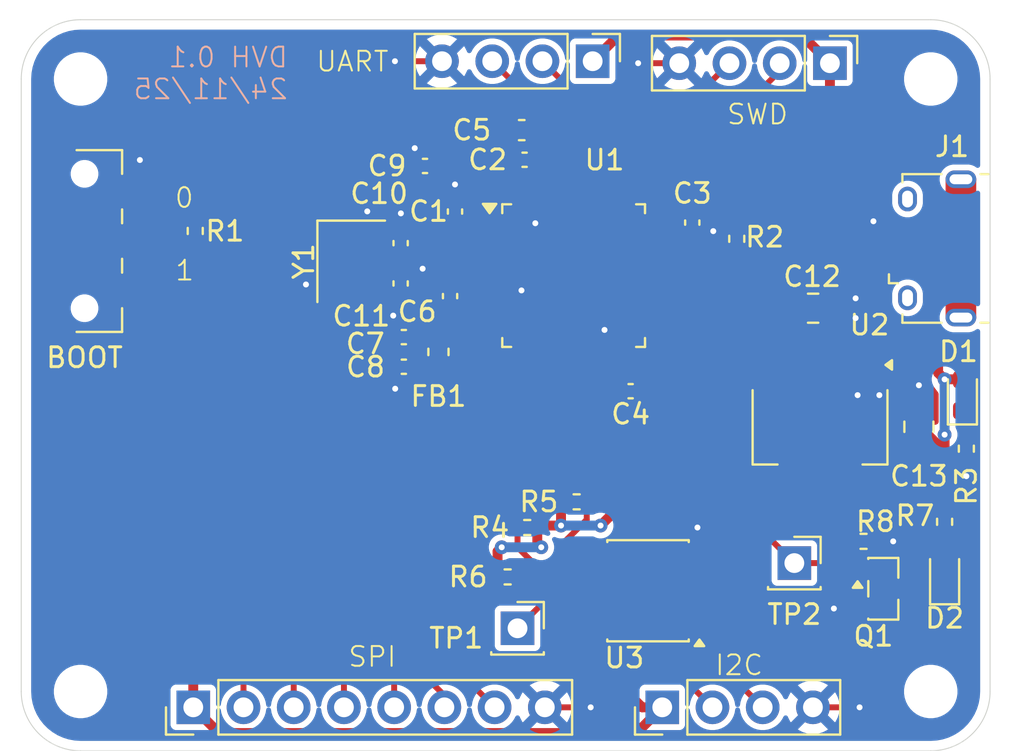
<source format=kicad_pcb>
(kicad_pcb (version 20241229) (generator "pcbnew") (generator_version "9.0")
  (layers (0 "F.Cu" signal) (2 "B.Cu" power) (13 "F.Paste" user) (15 "B.Paste" user) (5 "F.SilkS" user "F.Silkscreen") (7 "B.SilkS" user "B.Silkscreen") (1 "F.Mask" user) (3 "B.Mask" user) (25 "Edge.Cuts" user))
  (net 0 "")
  (net 1 "GND")
  (net 2 "+3.3V")
  (net 3 "+3.3VA")
  (net 4 "/NRST")
  (net 5 "/HSE_IN")
  (net 6 "/HSE_OUT")
  (net 7 "VBUS")
  (net 8 "/PWR_LED_K")
  (net 12 "/USB_D-")
  (net 17 "/USB_D+")
  (net 20 "/SWDCLK")
  (net 21 "/SWDIO")
  (net 22 "/UART_RX")
  (net 23 "/UART_TX")
  (net 24 "/I2C_SCL")
  (net 25 "/I2C_SDA")
  (net 26 "/SPI_MOSI")
  (net 27 "/SPI_SCK")
  (net 28 "/RFID_RST")
  (net 29 "/SPI_MISO")
  (net 30 "/SPI_CS")
  (net 31 "/RFID_IRQ")
  (net 32 "/DOOR_LED_K")
  (net 33 "/SW_BOOT0")
  (net 34 "/BOOT0")
  (net 55 "/DOOR_IN")
  (net 56 "/WP")
  (net 57 "/DOOR_LED_A")
  (footprint "Connector_PinHeader_2.54mm:PinHeader_1x04_P2.54mm_Vertical" (layer "F.Cu") (at 164.9 28.2 -90)
    (property "Reference" "J2")
    (property "Value" "Conn_01x04_Pin" (hide yes))
  )
  (footprint "MountingHole:MountingHole_2.2mm_M2" (layer "F.Cu") (at 170 60)
    (property "Reference" "H4")
    (property "Value" "MountingHole" (hide yes))
  )
  (footprint "Resistor_SMD:R_0402_1005Metric" (layer "F.Cu") (at 148.6 54.2)
    (property "Reference" "R6")
    (property "Value" "1k5" (hide yes))
  )
  (footprint "LED_SMD:LED_0603_1608Metric" (layer "F.Cu") (at 171.6 45 90)
    (property "Reference" "D1")
    (property "Value" "RED" (hide yes))
  )
  (footprint "Connector_PinSocket_2.54mm:PinSocket_1x01_P2.54mm_Vertical" (layer "F.Cu") (at 149.1 56.8)
    (property "Reference" "TP1")
    (property "Value" "TestPoint" (hide yes))
  )
  (footprint "Resistor_SMD:R_0402_1005Metric" (layer "F.Cu") (at 132.8 36.69 90)
    (property "Reference" "R1")
    (property "Value" "10k" (hide yes))
  )
  (footprint "Capacitor_SMD:C_0402_1005Metric" (layer "F.Cu") (at 157.9375 36.2675 -90)
    (property "Reference" "C3")
    (property "Value" "100n" (hide yes))
  )
  (footprint "Inductor_SMD:L_0603_1608Metric" (layer "F.Cu") (at 145.1 42.8125 90)
    (property "Reference" "FB1")
    (property "Value" "120R" (hide yes))
  )
  (footprint "Button_Switch_SMD:SW_SPDT_CK_JS102011SAQN" (layer "F.Cu") (at 127.2 37.2 -90)
    (property "Reference" "BOOT")
    (property "Value" "SW_SPDT" (hide yes))
  )
  (footprint "Capacitor_SMD:C_0402_1005Metric" (layer "F.Cu") (at 145.9375 35.7075 90)
    (property "Reference" "C1")
    (property "Value" "100n" (hide yes))
  )
  (footprint "Capacitor_SMD:C_0805_2012Metric" (layer "F.Cu") (at 164.05 40.6)
    (property "Reference" "C12")
    (property "Value" "22u" (hide yes))
  )
  (footprint "Connector_PinHeader_2.54mm:PinHeader_1x04_P2.54mm_Vertical" (layer "F.Cu") (at 156.42 60.8 90)
    (property "Reference" "J4")
    (property "Value" "Conn_01x04_Pin" (hide yes))
  )
  (footprint "Capacitor_SMD:C_0805_2012Metric" (layer "F.Cu") (at 169.4 46.6 90)
    (property "Reference" "C13")
    (property "Value" "22u" (hide yes))
  )
  (footprint "Resistor_SMD:R_0402_1005Metric" (layer "F.Cu") (at 166.6 52.4)
    (property "Reference" "R8")
    (property "Value" "10k" (hide yes))
  )
  (footprint "Capacitor_SMD:C_0402_1005Metric" (layer "F.Cu") (at 143.35 43.5625 180)
    (property "Reference" "C8")
    (property "Value" "1u" (hide yes))
  )
  (footprint "Connector_PinHeader_2.54mm:PinHeader_1x08_P2.54mm_Vertical" (layer "F.Cu") (at 132.7 60.8 90)
    (property "Reference" "J5")
    (property "Value" "Conn_01x08_Pin" (hide yes))
  )
  (footprint "Connector_USB:USB_Micro-B_Amphenol_10118194-0001LF_Horizontal" (layer "F.Cu") (at 170.225 37.575 90)
    (property "Reference" "J1")
    (property "Value" "USB_B_Micro" (hide yes))
  )
  (footprint "Connector_PinSocket_2.54mm:PinSocket_1x01_P2.54mm_Vertical" (layer "F.Cu") (at 163.1 53.5)
    (property "Reference" "TP2")
    (property "Value" "TestPoint" (hide yes))
  )
  (footprint "Crystal:Crystal_SMD_3225-4Pin_3.2x2.5mm" (layer "F.Cu") (at 140.6875 38.2275 -90)
    (property "Reference" "Y1")
    (property "Value" "16MHz" (hide yes))
  )
  (footprint "Connector_PinHeader_2.54mm:PinHeader_1x04_P2.54mm_Vertical" (layer "F.Cu") (at 152.9 28.1 -90)
    (property "Reference" "J3")
    (property "Value" "Conn_01x04_Pin" (hide yes))
  )
  (footprint "LED_SMD:LED_0603_1608Metric" (layer "F.Cu") (at 170.7 54.1 90)
    (property "Reference" "D2")
    (property "Value" "GREEN" (hide yes))
  )
  (footprint "Capacitor_SMD:C_0402_1005Metric" (layer "F.Cu") (at 149.4575 33.0875)
    (property "Reference" "C2")
    (property "Value" "100n" (hide yes))
  )
  (footprint "MountingHole:MountingHole_2.2mm_M2" (layer "F.Cu") (at 170 29)
    (property "Reference" "H2")
    (property "Value" "MountingHole" (hide yes))
  )
  (footprint "MountingHole:MountingHole_2.2mm_M2" (layer "F.Cu") (at 127 60)
    (property "Reference" "H3")
    (property "Value" "MountingHole" (hide yes))
  )
  (footprint "Capacitor_SMD:C_0402_1005Metric" (layer "F.Cu") (at 144.42 33.4 180)
    (property "Reference" "C9")
    (property "Value" "100n" (hide yes))
  )
  (footprint "Resistor_SMD:R_0402_1005Metric" (layer "F.Cu") (at 170.7 51.41 90)
    (property "Reference" "R7")
    (property "Value" "1k5" (hide yes))
  )
  (footprint "Capacitor_SMD:C_0402_1005Metric" (layer "F.Cu") (at 143.35 42.0625 180)
    (property "Reference" "C7")
    (property "Value" "1u" (hide yes))
  )
  (footprint "Capacitor_SMD:C_0402_1005Metric" (layer "F.Cu") (at 143.1875 37.3075 90)
    (property "Reference" "C10")
    (property "Value" "10p" (hide yes))
  )
  (footprint "Capacitor_SMD:C_0402_1005Metric" (layer "F.Cu") (at 154.82 44.8 180)
    (property "Reference" "C4")
    (property "Value" "100n" (hide yes))
  )
  (footprint "Package_SO:SOIC-8_3.9x4.9mm_P1.27mm" (layer "F.Cu") (at 155.7 54.9 180)
    (property "Reference" "U3")
    (property "Value" "M24C02-WMN" (hide yes))
  )
  (footprint "Resistor_SMD:R_0402_1005Metric" (layer "F.Cu") (at 160.1875 37.0875 -90)
    (property "Reference" "R2")
    (property "Value" "1k5" (hide yes))
  )
  (footprint "Capacitor_SMD:C_0603_1608Metric" (layer "F.Cu") (at 149.3125 31.5875)
    (property "Reference" "C5")
    (property "Value" "10u" (hide yes))
  )
  (footprint "Package_TO_SOT_SMD:SOT-23" (layer "F.Cu") (at 167.6 54.8)
    (property "Reference" "Q1")
    (property "Value" "2N7002" (hide yes))
  )
  (footprint "Capacitor_SMD:C_0402_1005Metric" (layer "F.Cu") (at 143.1875 39.3475 90)
    (property "Reference" "C11")
    (property "Value" "10p" (hide yes))
  )
  (footprint "Package_QFP:LQFP-48_7x7mm_P0.5mm" (layer "F.Cu") (at 151.9375 38.95)
    (property "Reference" "U1")
    (property "Value" "STM32F103C8Tx" (hide yes))
  )
  (footprint "Resistor_SMD:R_0402_1005Metric" (layer "F.Cu") (at 149.59 51.7 180)
    (property "Reference" "R4")
    (property "Value" "1k5" (hide yes))
  )
  (footprint "Package_TO_SOT_SMD:SOT-223-3_TabPin2" (layer "F.Cu") (at 164.4 46.6 -90)
    (property "Reference" "U2")
    (property "Value" "AMS1117-3.3" (hide yes))
  )
  (footprint "Resistor_SMD:R_0402_1005Metric" (layer "F.Cu") (at 171.8 47.71 -90)
    (property "Reference" "R3")
    (property "Value" "1k5" (hide yes))
  )
  (footprint "MountingHole:MountingHole_2.2mm_M2" (layer "F.Cu") (at 127 29)
    (property "Reference" "H1")
    (property "Value" "MountingHole" (hide yes))
  )
  (footprint "Capacitor_SMD:C_0402_1005Metric" (layer "F.Cu") (at 145.6875 39.9875 90)
    (property "Reference" "C6")
    (property "Value" "10n" (hide yes))
  )
  (footprint "Resistor_SMD:R_0402_1005Metric" (layer "F.Cu") (at 152.09 50.4)
    (property "Reference" "R5")
    (property "Value" "1k5" (hide yes))
  )
  (gr_arc (start 173 60) (mid 172.12132 62.12132) (end 170 63) (stroke (width 0.05)) (layer "Edge.Cuts"))
  (gr_line (start 170 63) (end 127 63) (stroke (width 0.05)) (layer "Edge.Cuts"))
  (gr_line (start 173 60) (end 173 29) (stroke (width 0.05)) (layer "Edge.Cuts"))
  (gr_line (start 124 60) (end 124 29) (stroke (width 0.05)) (layer "Edge.Cuts"))
  (gr_arc (start 127 63) (mid 124.87868 62.12132) (end 124 60) (stroke (width 0.05)) (layer "Edge.Cuts"))
  (gr_arc (start 124 29) (mid 124.87868 26.87868) (end 127 26) (stroke (width 0.05)) (layer "Edge.Cuts"))
  (gr_line (start 127 26) (end 170.00002 26) (stroke (width 0.05)) (layer "Edge.Cuts"))
  (gr_arc (start 170 26) (mid 172.12132 26.87868) (end 173 29) (stroke (width 0.05)) (layer "Edge.Cuts"))
  (gr_text "1" (at 131.725 39.275 0) (layer "F.SilkS") (effects (font (size 1 1) (thickness 0.1)) (justify left bottom)))
  (gr_text "UART" (at 138.85 28.7 0) (layer "F.SilkS") (effects (font (size 1 1) (thickness 0.1)) (justify left bottom)))
  (gr_text "I2C" (at 159.025 59.25 0) (layer "F.SilkS") (effects (font (size 1 1) (thickness 0.1)) (justify left bottom)))
  (gr_text "SPI" (at 140.475 58.825 0) (layer "F.SilkS") (effects (font (size 1 1) (thickness 0.1)) (justify left bottom)))
  (gr_text "SWD" (at 159.625 31.375 0) (layer "F.SilkS") (effects (font (size 1 1) (thickness 0.1)) (justify left bottom)))
  (gr_text "0" (at 131.7 35.6 0) (layer "F.SilkS") (effects (font (size 1 1) (thickness 0.1)) (justify left bottom)))
  (gr_text "DVH 0.1\n24/11/25" (at 137.55 30.1 0) (layer "B.SilkS") (effects (font (size 1 1) (thickness 0.1)) (justify left bottom mirror)))
  (segment (start 142.87 43.5625) (end 142.87 44.6325) (width 0.3) (layer "F.Cu") (net 1))
  (segment (start 154.1875 42.257103) (end 154.1875 43.1125) (width 0.3) (layer "F.Cu") (net 1))
  (segment (start 143.94 33.4) (end 143.94 32.54) (width 0.3) (layer "F.Cu") (net 1))
  (segment (start 143.1875 36.8275) (end 143.1875 35.8125) (width 0.3) (layer "F.Cu") (net 1))
  (segment (start 146.8 39.7) (end 146.5875 39.4875) (width 0.3) (layer "F.Cu") (net 1))
  (segment (start 158.9525 36.7475) (end 159 36.7) (width 0.3) (layer "F.Cu") (net 1))
  (segment (start 153.5 41.7) (end 153.630397 41.7) (width 0.3) (layer "F.Cu") (net 1))
  (segment (start 158.175 51.725) (end 158.2 51.7) (width 0.3) (layer "F.Cu") (net 1))
  (segment (start 157.9375 36.7475) (end 158.9525 36.7475) (width 0.3) (layer "F.Cu") (net 1))
  (segment (start 150.0875 31.5875) (end 150.0875 32.9375) (width 0.5) (layer "F.Cu") (net 1))
  (segment (start 166.6625 55.75) (end 165.15 55.75) (width 0.3) (layer "F.Cu") (net 1))
  (segment (start 150.48 60.8) (end 152.8 60.8) (width 0.3) (layer "F.Cu") (net 1))
  (segment (start 146.5675 39.5075) (end 145.6875 39.5075) (width 0.3) (layer "F.Cu") (net 1))
  (segment (start 158.175 54.265) (end 158.175 55.535) (width 0.3) (layer "F.Cu") (net 1))
  (segment (start 149.6875 33.8875) (end 149.9375 33.6375) (width 0.3) (layer "F.Cu") (net 1))
  (segment (start 141.5375 37.1275) (end 141.5375 35.7375) (width 0.3) (layer "F.Cu") (net 1))
  (segment (start 149.6875 34.7875) (end 149.6875 35.9875) (width 0.3) (layer "F.Cu") (net 1))
  (segment (start 145.28 28.1) (end 142.9 28.1) (width 0.3) (layer "F.Cu") (net 1))
  (segment (start 154.1875 43.1125) (end 154.1875 44.1875) (width 0.3) (layer "F.Cu") (net 1))
  (segment (start 167.175 36.275) (end 167.1 36.2) (width 0.3) (layer "F.Cu") (net 1))
  (segment (start 139.8375 39.3275) (end 138.4725 39.3275) (width 0.3) (layer "F.Cu") (net 1))
  (segment (start 158.175 55.535) (end 158.175 56.805) (width 0.3) (layer "F.Cu") (net 1))
  (segment (start 157.1 36.7) (end 157.1875 36.7875) (width 0.3) (layer "F.Cu") (net 1))
  (segment (start 154.34 44.34) (end 154.34 44.8) (width 0.3) (layer "F.Cu") (net 1))
  (segment (start 141.5375 35.7375) (end 141.5 35.7) (width 0.3) (layer "F.Cu") (net 1))
  (segment (start 146.5875 39.4875) (end 146.5675 39.5075) (width 0.3) (layer "F.Cu") (net 1))
  (segment (start 168.9 36.275) (end 167.175 36.275) (width 0.3) (layer "F.Cu") (net 1))
  (segment (start 158.175 52.995) (end 158.175 51.725) (width 0.3) (layer "F.Cu") (net 1))
  (segment (start 149.9375 33.6375) (end 149.9375 33.0875) (width 0.3) (layer "F.Cu") (net 1))
  (segment (start 147.775 39.7) (end 149.3 39.7) (width 0.3) (layer "F.Cu") (net 1))
  (segment (start 164.04 60.8) (end 166.4 60.8) (width 0.3) (layer "F.Cu") (net 1))
  (segment (start 149.6875 34.7875) (end 149.6875 33.8875) (width 0.3) (layer "F.Cu") (net 1))
  (segment (start 142.87 42.0625) (end 142.87 41.0325) (width 0.3) (layer "F.Cu") (net 1))
  (segment (start 167.11 52.4) (end 168.1 52.4) (width 0.3) (layer "F.Cu") (net 1))
  (segment (start 143.1875 38.8675) (end 144.0325 38.8675) (width 0.3) (layer "F.Cu") (net 1))
  (segment (start 153.630397 41.7) (end 154.1875 42.257103) (width 0.3) (layer "F.Cu") (net 1))
  (segment (start 157.2275 36.7475) (end 157.9375 36.7475) (width 0.3) (layer "F.Cu") (net 1))
  (segment (start 154.1875 44.1875) (end 154.34 44.34) (width 0.3) (layer "F.Cu") (net 1))
  (segment (start 129.95 34.7) (end 129.95 33.15) (width 0.3) (layer "F.Cu") (net 1))
  (segment (start 149.6875 35.9875) (end 150 36.3) (width 0.3) (layer "F.Cu") (net 1))
  (segment (start 145.9375 34.3375) (end 145.9375 35.2275) (width 0.3) (layer "F.Cu") (net 1))
  (segment (start 150.0875 32.9375) (end 149.9375 33.0875) (width 0.5) (layer "F.Cu") (net 1))
  (segment (start 143.94 32.54) (end 143.9 32.5) (width 0.3) (layer "F.Cu") (net 1))
  (segment (start 129.95 33.15) (end 130 33.1) (width 0.3) (layer "F.Cu") (net 1))
  (segment (start 142.87 41.0325) (end 142.8125 40.975) (width 0.3) (layer "F.Cu") (net 1))
  (segment (start 171.8 48.22) (end 171.8 49.1) (width 0.5) (layer "F.Cu") (net 1))
  (segment (start 143.1875 35.8125) (end 143.2 35.8) (width 0.3) (layer "F.Cu") (net 1))
  (segment (start 138.4725 39.3275) (end 138.4 39.4) (width 0.3) (layer "F.Cu") (net 1))
  (segment (start 147.775 39.7) (end 146.8 39.7) (width 0.3) (layer "F.Cu") (net 1))
  (segment (start 156.1 36.7) (end 157.1 36.7) (width 0.3) (layer "F.Cu") (net 1))
  (segment (start 165.15 55.75) (end 165.1 55.8) (width 0.3) (layer "F.Cu") (net 1))
  (segment (start 158.175 52.995) (end 158.175 54.265) (width 0.3) (layer "F.Cu") (net 1))
  (segment (start 157.28 28.2) (end 155.2 28.2) (width 0.3) (layer "F.Cu") (net 1))
  (segment (start 144.0325 38.8675) (end 144.3 38.6) (width 0.3) (layer "F.Cu") (net 1))
  (segment (start 142.87 44.6325) (end 142.9125 44.675) (width 0.3) (layer "F.Cu") (net 1))
  (segment (start 157.1875 36.7875) (end 157.2275 36.7475) (width 0.3) (layer "F.Cu") (net 1))
  (via (at 145.9375 34.3375) (size 0.7) (drill 0.3) (layers "F.Cu" "B.Cu") (net 1))
  (via (at 149.3 39.7) (size 0.7) (drill 0.3) (layers "F.Cu" "B.Cu") (net 1))
  (via (at 152.8 60.8) (size 0.7) (drill 0.3) (layers "F.Cu" "B.Cu") (net 1))
  (via (at 159 36.7) (size 0.7) (drill 0.3) (layers "F.Cu" "B.Cu") (net 1))
  (via (at 143.9 32.5) (size 0.7) (drill 0.3) (layers "F.Cu" "B.Cu") (net 1))
  (via (at 166.2 41.1) (size 0.7) (drill 0.3) (layers "F.Cu" "B.Cu") (net 1))
  (via (at 130 33.1) (size 0.7) (drill 0.3) (layers "F.Cu" "B.Cu") (net 1))
  (via (at 153.5 41.7) (size 0.7) (drill 0.3) (layers "F.Cu" "B.Cu") (net 1))
  (via (at 167.4 45) (size 0.7) (drill 0.3) (layers "F.Cu" "B.Cu") (net 1))
  (via (at 142.9125 44.675) (size 0.7) (drill 0.3) (layers "F.Cu" "B.Cu") (net 1))
  (via (at 144.3 38.6) (size 0.7) (drill 0.3) (layers "F.Cu" "B.Cu") (net 1))
  (via (at 171.8 49.1) (size 0.7) (drill 0.3) (layers "F.Cu" "B.Cu") (net 1))
  (via (at 167.1 36.2) (size 0.7) (drill 0.3) (layers "F.Cu" "B.Cu") (net 1))
  (via (at 158.2 51.7) (size 0.7) (drill 0.3) (layers "F.Cu" "B.Cu") (net 1))
  (via (at 165.1 55.8) (size 0.7) (drill 0.3) (layers "F.Cu" "B.Cu") (net 1))
  (via (at 142.9 28.1) (size 0.7) (drill 0.3) (layers "F.Cu" "B.Cu") (net 1))
  (via (at 141.5 35.7) (size 0.7) (drill 0.3) (layers "F.Cu" "B.Cu") (net 1))
  (via (at 168.1 52.4) (size 0.7) (drill 0.3) (layers "F.Cu" "B.Cu") (net 1))
  (via (at 166.3 45) (size 0.7) (drill 0.3) (layers "F.Cu" "B.Cu") (net 1))
  (via (at 150 36.3) (size 0.7) (drill 0.3) (layers "F.Cu" "B.Cu") (net 1))
  (via (at 143.2 35.8) (size 0.7) (drill 0.3) (layers "F.Cu" "B.Cu") (net 1))
  (via (at 138.4 39.4) (size 0.7) (drill 0.3) (layers "F.Cu" "B.Cu") (net 1))
  (via (at 169.4 44.5) (size 0.7) (drill 0.3) (layers "F.Cu" "B.Cu") (net 1))
  (via (at 166.2 40.1) (size 0.7) (drill 0.3) (layers "F.Cu" "B.Cu") (net 1))
  (via (at 155.2 28.2) (size 0.7) (drill 0.3) (layers "F.Cu" "B.Cu") (net 1))
  (via (at 166.4 60.8) (size 0.7) (drill 0.3) (layers "F.Cu" "B.Cu") (net 1))
  (via (at 142.8125 40.975) (size 0.7) (drill 0.3) (layers "F.Cu" "B.Cu") (net 1))
  (segment (start 130 33.1) (end 130.1 33.2) (width 0.3) (layer "B.Cu") (net 1))
  (segment (start 170.7 44.2) (end 171.5875 44.2) (width 0.5) (layer "F.Cu") (net 2))
  (segment (start 156.1 36.2) (end 157 36.2) (width 0.3) (layer "F.Cu") (net 2))
  (segment (start 168.8 57.2) (end 167.9 58.1) (width 0.5) (layer "F.Cu") (net 2))
  (segment (start 148.9775 33.7775) (end 148.9775 33.0875) (width 0.3) (layer "F.Cu") (net 2))
  (segment (start 154.6875 43.8875) (end 155.3 44.5) (width 0.3) (layer "F.Cu") (net 2))
  (segment (start 155.12 62.1) (end 134 62.1) (width 0.5) (layer "F.Cu") (net 2))
  (segment (start 143.8675 43.6) (end 143.83 43.5625) (width 0.5) (layer "F.Cu") (net 2))
  (segment (start 160.4 56) (end 160.4 52.3) (width 0.5) (layer "F.Cu") (net 2))
  (segment (start 151.595 56.805) (end 153.225 56.805) (width 0.5) (layer "F.Cu") (net 2))
  (segment (start 147.775 36.2) (end 145.95 36.2) (width 0.3) (layer "F.Cu") (net 2))
  (segment (start 151.3 58.8) (end 153.4 58.8) (width 0.5) (layer "F.Cu") (net 2))
  (segment (start 149.1875 34.7875) (end 149.1875 33.9875) (width 0.3) (layer "F.Cu") (net 2))
  (segment (start 154.6875 43.1125) (end 154.6875 43.8875) (width 0.3) (layer "F.Cu") (net 2))
  (segment (start 147.9 58.8) (end 151.3 58.8) (width 0.5) (layer "F.Cu") (net 2))
  (segment (start 151.3 58.8) (end 151.3 57.1) (width 0.5) (layer "F.Cu") (net 2))
  (segment (start 171.5875 44.2) (end 171.6 44.2125) (width 0.5) (layer "F.Cu") (net 2))
  (segment (start 164.9 31.2) (end 164.9 28.2) (width 0.5) (layer "F.Cu") (net 2))
  (segment (start 142.1 46) (end 135.8 39.7) (width 0.5) (layer "F.Cu") (net 2))
  (segment (start 151.3 51.6) (end 150.2 51.6) (width 0.5) (layer "F.Cu") (net 2))
  (segment (start 134 62.1) (end 132.7 60.8) (width 0.5) (layer "F.Cu") (net 2))
  (segment (start 167.9 58.1) (end 162.5 58.1) (width 0.5) (layer "F.Cu") (net 2))
  (segment (start 142.1 46) (end 143.1 46) (width 0.5) (layer "F.Cu") (net 2))
  (segment (start 170.4 57.2) (end 168.8 57.2) (width 0.5) (layer "F.Cu") (net 2))
  (segment (start 140.6 33) (end 142.1 31.5) (width 0.5) (layer "F.Cu") (net 2))
  (segment (start 170.7 47.55) (end 170.7 47) (width 0.5) (layer "F.Cu") (net 2))
  (segment (start 150.2 51.6) (end 150.1 51.7) (width 0.5) (layer "F.Cu") (net 2))
  (segment (start 144.8 44.3) (end 144.8 43.9) (width 0.5) (layer "F.Cu") (net 2))
  (segment (start 148.09 54.2) (end 146.7 55.59) (width 0.5) (layer "F.Cu") (net 2))
  (segment (start 148.5375 31.9375) (end 148.9775 32.3775) (width 0.5) (layer "F.Cu") (net 2))
  (segment (start 170.2 34.5) (end 170.2 40.5) (width 0.5) (layer "F.Cu") (net 2))
  (segment (start 155.3 49.6) (end 153.3 51.6) (width 0.5) (layer "F.Cu") (net 2))
  (segment (start 135.8 37.8) (end 140.6 33) (width 0.5) (layer "F.Cu") (net 2))
  (segment (start 156.42 60.8) (end 155.12 62.1) (width 0.5) (layer "F.Cu") (net 2))
  (segment (start 151.3 57.1) (end 151.595 56.805) (width 0.5) (layer "F.Cu") (net 2))
  (segment (start 148.3 52.7) (end 148.09 52.91) (width 0.5) (layer "F.Cu") (net 2))
  (segment (start 149.1875 33.9875) (end 148.9775 33.7775) (width 0.3) (layer "F.Cu") (net 2))
  (segment (start 170.374 43.874) (end 170.7 44.2) (width 0.5) (layer "F.Cu") (net 2))
  (segment (start 166.9 31.2) (end 170.2 34.5) (width 0.5) (layer "F.Cu") (net 2))
  (segment (start 155.4 60.8) (end 156.42 60.8) (width 0.5) (layer "F.Cu") (net 2))
  (segment (start 135.8 39.7) (end 129.95 39.7) (width 0.5) (layer "F.Cu") (net 2))
  (segment (start 160.2 36.565) (end 160.1875 36.5775) (width 0.3) (layer "F.Cu") (net 2))
  (segment (start 160.0625 35.7875) (end 157.9375 35.7875) (width 0.5) (layer "F.Cu") (net 2))
  (segment (start 170.374 42.2) (end 170.374 43.874) (width 0.5) (layer "F.Cu") (net 2))
  (segment (start 150.1 51.7) (end 150.1 52.5) (width 0.5) (layer "F.Cu") (net 2))
  (segment (start 170.7 50.9) (end 171.3 50.9) (width 0.5) (layer "F.Cu") (net 2))
  (segment (start 157.4125 35.7875) (end 157.9375 35.7875) (width 0.3) (layer "F.Cu") (net 2))
  (segment (start 132.7 55.4) (end 142.1 46) (width 0.5) (layer "F.Cu") (net 2))
  (segment (start 145.3 36.2) (end 145.3125 36.1875) (width 0.5) (layer "F.Cu") (net 2))
  (segment (start 170 41.826) (end 170.374 42.2) (width 0.5) (layer "F.Cu") (net 2))
  (segment (start 153.4 58.8) (end 155.4 60.8) (width 0.5) (layer "F.Cu") (net 2))
  (segment (start 145.1 43.6) (end 143.8675 43.6) (width 0.5) (layer "F.Cu") (net 2))
  (segment (start 164.9 31.2) (end 160.1875 35.9125) (width 0.5) (layer "F.Cu") (net 2))
  (segment (start 151.3 51.6) (end 151.3 50.68) (width 0.5) (layer "F.Cu") (net 2))
  (segment (start 148.09 52.91) (end 148.09 54.2) (width 0.5) (layer "F.Cu") (net 2))
  (segment (start 155.3 47.2) (end 155.3 44.8) (width 0.5) (layer "F.Cu") (net 2))
  (segment (start 171.8 55.8) (end 170.4 57.2) (width 0.5) (layer "F.Cu") (net 2))
  (segment (start 155.3 44.5) (end 155.3 44.8) (width 0.3) (layer "F.Cu") (net 2))
  (segment (start 140.6 33) (end 141.761 34.161) (width 0.5) (layer "F.Cu") (net 2))
  (segment (start 170.7 47.55) (end 170.7 50.9) (width 0.5) (layer "F.Cu") (net 2))
  (segment (start 141.761 34.161) (end 142.761 34.161) (width 0.5) (layer "F.Cu") (net 2))
  (segment (start 143.1 46) (end 144.8 44.3) (width 0.5) (layer "F.Cu") (net 2))
  (segment (start 151.3 50.68) (end 151.58 50.4) (width 0.5) (layer "F.Cu") (net 2))
  (segment (start 147.7 31.5) (end 147.7875 31.5875) (width 0.5) (layer "F.Cu") (net 2))
  (segment (start 169.4 47.55) (end 170.7 47.55) (width 0.5) (layer "F.Cu") (net 2))
  (segment (start 160.4 52.3) (end 155.3 47.2) (width 0.5) (layer "F.Cu") (net 2))
  (segment (start 144.8 43.9) (end 145.1 43.6) (width 0.5) (layer "F.Cu") (net 2))
  (segment (start 135.8 39.7) (end 135.8 37.8) (width 0.5) (layer "F.Cu") (net 2))
  (segment (start 164.9 28.2) (end 163.5 26.8) (width 0.5) (layer "F.Cu") (net 2))
  (segment (start 148.9775 32.3775) (end 148.9775 33.0875) (width 0.5) (layer "F.Cu") (net 2))
  (segment (start 155.3 47.2) (end 155.3 49.6) (width 0.5) (layer "F.Cu") (net 2))
  (segment (start 162.5 58.1) (end 160.4 56) (width 0.5) (layer "F.Cu") (net 2))
  (segment (start 143.7 34.6) (end 145.3 36.2) (width 0.5) (layer "F.Cu") (net 2))
  (segment (start 146.7 57.6) (end 147.9 58.8) (width 0.5) (layer "F.Cu") (net 2))
  (segment (start 157 36.2) (end 157.4125 35.7875) (width 0.3) (layer "F.Cu") (net 2))
  (segment (start 145.95 36.2) (end 145.9375 36.1875) (width 0.3) (layer "F.Cu") (net 2))
  (segment (start 170.2 40.5) (end 170 40.7) (width 0.5) (layer "F.Cu") (net 2))
  (segment (start 160.1875 35.9125) (end 160.0625 35.7875) (width 0.5) (layer "F.Cu") (net 2))
  (segment (start 163.5 26.8) (end 154.2 26.8) (width 0.5) (layer "F.Cu") (net 2))
  (segment (start 164.9 31.2) (end 166.9 31.2) (width 0.5) (layer "F.Cu") (net 2))
  (segment (start 132.7 60.8) (end 132.7 55.4) (width 0.5) (layer "F.Cu") (net 2))
  (segment (start 146.7 55.59) (end 146.7 57.6) (width 0.5) (layer "F.Cu") (net 2))
  (segment (start 154.2 26.8) (end 152.9 28.1) (width 0.5) (layer "F.Cu") (net 2))
  (segment (start 171.3 50.9) (end 171.8 51.4) (width 0.5) (layer "F.Cu") (net 2))
  (segment (start 142.761 34.161) (end 143.2 34.6) (width 0.5) (layer "F.Cu") (net 2))
  (segment (start 160.1875 35.9125) (end 160.1875 36.5775) (width 0.5) (layer "F.Cu") (net 2))
  (segment (start 143.2 34.6) (end 143.7 34.6) (width 0.5) (layer "F.Cu") (net 2))
  (segment (start 171.8 51.4) (end 171.8 55.8) (width 0.5) (layer "F.Cu") (net 2))
  (segment (start 148.5375 31.5875) (end 148.5375 31.9375) (width 0.5) (layer "F.Cu") (net 2))
  (segment (start 142.1 31.5) (end 147.7 31.5) (width 0.5) (layer "F.Cu") (net 2))
  (segment (start 145.3125 36.1875) (end 145.9375 36.1875) (width 0.5) (layer "F.Cu") (net 2))
  (segment (start 170 40.7) (end 170 41.826) (width 0.5) (layer "F.Cu") (net 2))
  (segment (start 147.7875 31.5875) (end 148.5375 31.5875) (width 0.5) (layer "F.Cu") (net 2))
  (segment (start 150.1 52.5) (end 150.3 52.7) (width 0.5) (layer "F.Cu") (net 2))
  (via (at 151.3 51.6) (size 0.7) (drill 0.3) (layers "F.Cu" "B.Cu") (net 2))
  (via (at 150.3 52.7) (size 0.7) (drill 0.3) (layers "F.Cu" "B.Cu") (net 2))
  (via (at 170.7 47) (size 0.7) (drill 0.3) (layers "F.Cu" "B.Cu") (net 2))
  (via (at 148.3 52.7) (size 0.7) (drill 0.3) (layers "F.Cu" "B.Cu") (net 2))
  (via (at 170.7 44.2) (size 0.7) (drill 0.3) (layers "F.Cu" "B.Cu") (net 2))
  (via (at 153.3 51.6) (size 0.7) (drill 0.3) (layers "F.Cu" "B.Cu") (net 2))
  (segment (start 150.3 52.7) (end 148.3 52.7) (width 0.5) (layer "B.Cu") (net 2))
  (segment (start 153.3 51.6) (end 151.3 51.6) (width 0.5) (layer "B.Cu") (net 2))
  (segment (start 170.7 47) (end 170.7 44.2) (width 0.5) (layer "B.Cu") (net 2))
  (segment (start 143.8675 42.025) (end 143.83 42.0625) (width 0.3) (layer "F.Cu") (net 3))
  (segment (start 146.875 40.2) (end 146.5875 40.4875) (width 0.3) (layer "F.Cu") (net 3))
  (segment (start 145.5325 40.4675) (end 145.1 40.9) (width 0.3) (layer "F.Cu") (net 3))
  (segment (start 145.1 40.9) (end 145.1 42.025) (width 0.3) (layer "F.Cu") (net 3))
  (segment (start 147.775 40.2) (end 146.875 40.2) (width 0.3) (layer "F.Cu") (net 3))
  (segment (start 145.6875 40.4675) (end 145.5325 40.4675) (width 0.3) (layer "F.Cu") (net 3))
  (segment (start 145.1 42.025) (end 143.8675 42.025) (width 0.3) (layer "F.Cu") (net 3))
  (segment (start 146.5675 40.4675) (end 145.6875 40.4675) (width 0.3) (layer "F.Cu") (net 3))
  (segment (start 146.5875 40.4875) (end 146.5675 40.4675) (width 0.3) (layer "F.Cu") (net 3))
  (segment (start 147.775 39.2) (end 148.7 39.2) (width 0.3) (layer "F.Cu") (net 4))
  (segment (start 148.917034 36) (end 146.317034 33.4) (width 0.3) (layer "F.Cu") (net 4))
  (segment (start 148.917034 36.017034) (end 148.917034 36) (width 0.3) (layer "F.Cu") (net 4))
  (segment (start 149.2 36.3) (end 148.917034 36.017034) (width 0.3) (layer "F.Cu") (net 4))
  (segment (start 149.2 38.7) (end 149.2 36.3) (width 0.3) (layer "F.Cu") (net 4))
  (segment (start 148.7 39.2) (end 149.2 38.7) (width 0.3) (layer "F.Cu") (net 4))
  (segment (start 146.317034 33.4) (end 144.9 33.4) (width 0.3) (layer "F.Cu") (net 4))
  (segment (start 143.1875 37.7875) (end 142.7965 38.1785) (width 0.3) (layer "F.Cu") (net 5))
  (segment (start 140.8885 38.1785) (end 139.8375 37.1275) (width 0.3) (layer "F.Cu") (net 5))
  (segment (start 146.4875 37.7875) (end 143.1875 37.7875) (width 0.3) (layer "F.Cu") (net 5))
  (segment (start 142.7965 38.1785) (end 140.8885 38.1785) (width 0.3) (layer "F.Cu") (net 5))
  (segment (start 146.9 38.2) (end 146.4875 37.7875) (width 0.3) (layer "F.Cu") (net 5))
  (segment (start 147.775 38.2) (end 146.9 38.2) (width 0.3) (layer "F.Cu") (net 5))
  (segment (start 142.0375 39.8275) (end 141.5375 39.3275) (width 0.3) (layer "F.Cu") (net 6))
  (segment (start 145.275 38.7) (end 144.1475 39.8275) (width 0.3) (layer "F.Cu") (net 6))
  (segment (start 147.775 38.7) (end 145.275 38.7) (width 0.3) (layer "F.Cu") (net 6))
  (segment (start 144.1475 39.8275) (end 143.1875 39.8275) (width 0.3) (layer "F.Cu") (net 6))
  (segment (start 143.1875 39.8275) (end 142.0375 39.8275) (width 0.3) (layer "F.Cu") (net 6))
  (segment (start 171.8 47.2) (end 171.8 45.9875) (width 0.3) (layer "F.Cu") (net 8))
  (segment (start 171.8 45.9875) (end 171.6 45.7875) (width 0.3) (layer "F.Cu") (net 8))
  (segment (start 167.822206 38.125) (end 168.325 38.125) (width 0.25) (layer "F.Cu") (net 12))
  (segment (start 157.206251 38.2) (end 157.231251 38.175) (width 0.25) (layer "F.Cu") (net 12))
  (segment (start 159.807806 38.1935) (end 160.567194 38.1935) (width 0.25) (layer "F.Cu") (net 12))
  (segment (start 168.325 38.125) (end 168.425 38.225) (width 0.25) (layer "F.Cu") (net 12))
  (segment (start 168.425 38.225) (end 168.9 38.225) (width 0.25) (layer "F.Cu") (net 12))
  (segment (start 157.231251 38.175) (end 159.789306 38.175) (width 0.25) (layer "F.Cu") (net 12))
  (segment (start 156.1 38.2) (end 157.206251 38.2) (width 0.25) (layer "F.Cu") (net 12))
  (segment (start 159.789306 38.175) (end 159.807806 38.1935) (width 0.25) (layer "F.Cu") (net 12))
  (segment (start 160.585694 38.175) (end 167.772206 38.175) (width 0.25) (layer "F.Cu") (net 12))
  (segment (start 167.772206 38.175) (end 167.822206 38.125) (width 0.25) (layer "F.Cu") (net 12))
  (segment (start 160.567194 38.1935) (end 160.585694 38.175) (width 0.25) (layer "F.Cu") (net 12))
  (segment (start 167.65 37.675) (end 168.325 37.675) (width 0.25) (layer "F.Cu") (net 17))
  (segment (start 167.6 37.725) (end 167.65 37.675) (width 0.25) (layer "F.Cu") (net 17))
  (segment (start 168.425 37.575) (end 168.9 37.575) (width 0.25) (layer "F.Cu") (net 17))
  (segment (start 168.325 37.675) (end 168.425 37.575) (width 0.25) (layer "F.Cu") (net 17))
  (segment (start 157.206251 37.7) (end 157.231251 37.725) (width 0.25) (layer "F.Cu") (net 17))
  (segment (start 157.231251 37.725) (end 167.6 37.725) (width 0.25) (layer "F.Cu") (net 17))
  (segment (start 156.1 37.7) (end 157.206251 37.7) (width 0.25) (layer "F.Cu") (net 17))
  (segment (start 154.6875 33.3325) (end 159.82 28.2) (width 0.3) (layer "F.Cu") (net 20))
  (segment (start 154.6875 34.7875) (end 154.6875 33.3325) (width 0.3) (layer "F.Cu") (net 20))
  (segment (start 156.1 37.2) (end 155.2 37.2) (width 0.3) (layer "F.Cu") (net 21))
  (segment (start 155.2 37.2) (end 154.7 36.7) (width 0.3) (layer "F.Cu") (net 21))
  (segment (start 154.7 36.257966) (end 162.36 28.597966) (width 0.3) (layer "F.Cu") (net 21))
  (segment (start 154.7 36.7) (end 154.7 36.257966) (width 0.3) (layer "F.Cu") (net 21))
  (segment (start 162.36 28.597966) (end 162.36 28.2) (width 0.3) (layer "F.Cu") (net 21))
  (segment (start 149.22 29.5) (end 147.82 28.1) (width 0.3) (layer "F.Cu") (net 22))
  (segment (start 152.6 32.5) (end 152.6 31.3) (width 0.3) (layer "F.Cu") (net 22))
  (segment (start 150.8 29.5) (end 149.22 29.5) (width 0.3) (layer "F.Cu") (net 22))
  (segment (start 151.6875 34.7875) (end 151.6875 33.4125) (width 0.3) (layer "F.Cu") (net 22))
  (segment (start 152.6 31.3) (end 150.8 29.5) (width 0.3) (layer "F.Cu") (net 22))
  (segment (start 151.6875 33.4125) (end 152.6 32.5) (width 0.3) (layer "F.Cu") (net 22))
  (segment (start 152.1875 34.7875) (end 152.1875 33.8125) (width 0.3) (layer "F.Cu") (net 23))
  (segment (start 153.2 32.8) (end 153.2 30.94) (width 0.3) (layer "F.Cu") (net 23))
  (segment (start 153.2 30.94) (end 150.36 28.1) (width 0.3) (layer "F.Cu") (net 23))
  (segment (start 152.1875 33.8125) (end 153.2 32.8) (width 0.3) (layer "F.Cu") (net 23))
  (segment (start 152.4 47.4) (end 149.08 50.72) (width 0.3) (layer "F.Cu") (net 24))
  (segment (start 149.08 51.7) (end 149.1 51.72) (width 0.3) (layer "F.Cu") (net 24))
  (segment (start 154.8 55.2) (end 154.8 56.64) (width 0.3) (layer "F.Cu") (net 24))
  (segment (start 149.08 50.72) (end 149.08 51.7) (width 0.3) (layer "F.Cu") (net 24))
  (segment (start 154.8 56.64) (end 158.96 60.8) (width 0.3) (layer "F.Cu") (net 24))
  (segment (start 149.1 52.7) (end 150.665 54.265) (width 0.3) (layer "F.Cu") (net 24))
  (segment (start 152.4 45.1) (end 152.4 47.4) (width 0.3) (layer "F.Cu") (net 24))
  (segment (start 153.1875 43.1125) (end 153.1875 44.3125) (width 0.3) (layer "F.Cu") (net 24))
  (segment (start 153.865 54.265) (end 154.8 55.2) (width 0.3) (layer "F.Cu") (net 24))
  (segment (start 153.225 54.265) (end 153.865 54.265) (width 0.3) (layer "F.Cu") (net 24))
  (segment (start 153.1875 44.3125) (end 152.4 45.1) (width 0.3) (layer "F.Cu") (net 24))
  (segment (start 149.1 51.72) (end 149.1 52.7) (width 0.3) (layer "F.Cu") (net 24))
  (segment (start 150.665 54.265) (end 153.225 54.265) (width 0.3) (layer "F.Cu") (net 24))
  (segment (start 157.6 58.4) (end 159.1 58.4) (width 0.3) (layer "F.Cu") (net 25))
  (segment (start 151.61 52.29) (end 152.6 51.3) (width 0.3) (layer "F.Cu") (net 25))
  (segment (start 152.6 51.3) (end 152.6 50.4) (width 0.3) (layer "F.Cu") (net 25))
  (segment (start 153.4 47.8) (end 153.4 44.9) (width 0.3) (layer "F.Cu") (net 25))
  (segment (start 153.225 52.995) (end 154.199999 52.995) (width 0.3) (layer "F.Cu") (net 25))
  (segment (start 154.199999 52.995) (end 155.7 54.495001) (width 0.3) (layer "F.Cu") (net 25))
  (segment (start 159.1 58.4) (end 161.5 60.8) (width 0.3) (layer "F.Cu") (net 25))
  (segment (start 153.6875 44.6125) (end 153.6875 43.1125) (width 0.3) (layer "F.Cu") (net 25))
  (segment (start 153.225 52.995) (end 151.805 52.995) (width 0.3) (layer "F.Cu") (net 25))
  (segment (start 155.7 54.495001) (end 155.7 56.5) (width 0.3) (layer "F.Cu") (net 25))
  (segment (start 151.61 52.8) (end 151.61 52.29) (width 0.3) (layer "F.Cu") (net 25))
  (segment (start 151.805 52.995) (end 151.61 52.8) (width 0.3) (layer "F.Cu") (net 25))
  (segment (start 152.6 48.6) (end 153.4 47.8) (width 0.3) (layer "F.Cu") (net 25))
  (segment (start 152.6 50.4) (end 152.6 48.6) (width 0.3) (layer "F.Cu") (net 25))
  (segment (start 153.4 44.9) (end 153.6875 44.6125) (width 0.3) (layer "F.Cu") (net 25))
  (segment (start 155.7 56.5) (end 157.6 58.4) (width 0.3) (layer "F.Cu") (net 25))
  (segment (start 151.1875 43.1125) (end 151.1875 43.9875) (width 0.3) (layer "F.Cu") (net 26))
  (segment (start 151.7 46.6) (end 144.9 53.4) (width 0.3) (layer "F.Cu") (net 26))
  (segment (start 151.7 44.5) (end 151.7 46.6) (width 0.3) (layer "F.Cu") (net 26))
  (segment (start 144.9 53.4) (end 144.9 57.76) (width 0.3) (layer "F.Cu") (net 26))
  (segment (start 144.9 57.76) (end 147.94 60.8) (width 0.3) (layer "F.Cu") (net 26))
  (segment (start 151.1875 43.9875) (end 151.7 44.5) (width 0.3) (layer "F.Cu") (net 26))
  (segment (start 142.86 52.24) (end 142.86 60.8) (width 0.3) (layer "F.Cu") (net 27))
  (segment (start 150.1875 45.8125) (end 148.7 47.3) (width 0.3) (layer "F.Cu") (net 27))
  (segment (start 148.7 47.3) (end 147.8 47.3) (width 0.3) (layer "F.Cu") (net 27))
  (segment (start 150.1875 43.1125) (end 150.1875 45.8125) (width 0.3) (layer "F.Cu") (net 27))
  (segment (start 147.8 47.3) (end 142.86 52.24) (width 0.3) (layer "F.Cu") (net 27))
  (segment (start 149.1875 44.0125) (end 147.6 45.6) (width 0.3) (layer "F.Cu") (net 28))
  (segment (start 149.1875 43.1125) (end 149.1875 44.0125) (width 0.3) (layer "F.Cu") (net 28))
  (segment (start 147.6 45.6) (end 146.5 45.6) (width 0.3) (layer "F.Cu") (net 28))
  (segment (start 137.78 54.32) (end 137.78 60.8) (width 0.3) (layer "F.Cu") (net 28))
  (segment (start 146.5 45.6) (end 137.78 54.32) (width 0.3) (layer "F.Cu") (net 28))
  (segment (start 143.9 58.7) (end 145.4 60.2) (width 0.3) (layer "F.Cu") (net 29))
  (segment (start 150.7 44.3) (end 151 44.6) (width 0.3) (layer "F.Cu") (net 29))
  (segment (start 145.4 60.2) (end 145.4 60.8) (width 0.3) (layer "F.Cu") (net 29))
  (segment (start 150.7 44.2) (end 150.7 44.3) (width 0.3) (layer "F.Cu") (net 29))
  (segment (start 150.6875 43.1125) (end 150.6875 44.1875) (width 0.3) (layer "F.Cu") (net 29))
  (segment (start 148.7 48.5) (end 147.9 48.5) (width 0.3) (layer "F.Cu") (net 29))
  (segment (start 151 44.6) (end 151 46.2) (width 0.3) (layer "F.Cu") (net 29))
  (segment (start 147.9 48.5) (end 143.9 52.5) (width 0.3) (layer "F.Cu") (net 29))
  (segment (start 150.6875 44.1875) (end 150.7 44.2) (width 0.3) (layer "F.Cu") (net 29))
  (segment (start 151 46.2) (end 148.7 48.5) (width 0.3) (layer "F.Cu") (net 29))
  (segment (start 143.9 52.5) (end 143.9 58.7) (width 0.3) (layer "F.Cu") (net 29))
  (segment (start 140.32 53.18) (end 140.32 60.8) (width 0.3) (layer "F.Cu") (net 30))
  (segment (start 146.8 46.7) (end 140.32 53.18) (width 0.3) (layer "F.Cu") (net 30))
  (segment (start 149.6875 43.1125) (end 149.6875 44.6125) (width 0.3) (layer "F.Cu") (net 30))
  (segment (start 149.6875 44.6125) (end 147.6 46.7) (width 0.3) (layer "F.Cu") (net 30))
  (segment (start 147.6 46.7) (end 146.8 46.7) (width 0.3) (layer "F.Cu") (net 30))
  (segment (start 146.5 44) (end 135.24 55.26) (width 0.3) (layer "F.Cu") (net 31))
  (segment (start 146.8 41.7) (end 146.5 42) (width 0.3) (layer "F.Cu") (net 31))
  (segment (start 147.775 41.7) (end 146.8 41.7) (width 0.3) (layer "F.Cu") (net 31))
  (segment (start 135.24 55.26) (end 135.24 60.8) (width 0.3) (layer "F.Cu") (net 31))
  (segment (start 146.5 42) (end 146.5 44) (width 0.3) (layer "F.Cu") (net 31))
  (segment (start 168.5375 54.8) (end 170.6125 54.8) (width 0.3) (layer "F.Cu") (net 32))
  (segment (start 170.6125 54.8) (end 170.7 54.8875) (width 0.3) (layer "F.Cu") (net 32))
  (segment (start 132.8 37.2) (end 129.95 37.2) (width 0.3) (layer "F.Cu") (net 33))
  (segment (start 150.9 30.5) (end 138.48 30.5) (width 0.3) (layer "F.Cu") (net 34))
  (segment (start 151.1875 34.7875) (end 151.1875 30.7875) (width 0.3) (layer "F.Cu") (net 34))
  (segment (start 151.1875 30.7875) (end 150.9 30.5) (width 0.3) (layer "F.Cu") (net 34))
  (segment (start 138.48 30.5) (end 132.8 36.18) (width 0.3) (layer "F.Cu") (net 34))
  (segment (start 132.8 36.1) (end 132.8 36.18) (width 0.2) (layer "F.Cu") (net 34))
  (segment (start 163.1 53.5) (end 164.3 53.5) (width 0.3) (layer "F.Cu") (net 55))
  (segment (start 164.995 53.495) (end 166.09 52.4) (width 0.3) (layer "F.Cu") (net 55))
  (segment (start 164.305 53.495) (end 164.995 53.495) (width 0.3) (layer "F.Cu") (net 55))
  (segment (start 157 40.2) (end 159.8 43) (width 0.3) (layer "F.Cu") (net 55))
  (segment (start 156.1 40.2) (end 157 40.2) (width 0.3) (layer "F.Cu") (net 55))
  (segment (start 159.8 43) (end 159.8 50.2) (width 0.3) (layer "F.Cu") (net 55))
  (segment (start 166.6625 53.85) (end 165.35 53.85) (width 0.3) (layer "F.Cu") (net 55))
  (segment (start 164.3 53.5) (end 164.305 53.495) (width 0.3) (layer "F.Cu") (net 55))
  (segment (start 165.35 53.85) (end 164.995 53.495) (width 0.3) (layer "F.Cu") (net 55))
  (segment (start 159.8 50.2) (end 163.1 53.5) (width 0.3) (layer "F.Cu") (net 55))
  (segment (start 153.225 55.535) (end 150.365 55.535) (width 0.3) (layer "F.Cu") (net 56))
  (segment (start 150.365 55.535) (end 149.1 56.8) (width 0.3) (layer "F.Cu") (net 56))
  (segment (start 149.11 54.2) (end 150.365 55.455) (width 0.3) (layer "F.Cu") (net 56))
  (segment (start 150.365 55.455) (end 150.365 55.535) (width 0.3) (layer "F.Cu") (net 56))
  (segment (start 170.7 53.3125) (end 170.7 51.92) (width 0.3) (layer "F.Cu") (net 57))
  (zone (net 7) (net_name "VBUS") (layer "F.Cu") (priority 3) (connect_pads yes (clearance 0.3)) (min_thickness 0.25) (fill yes (thermal_gap 0.5) (thermal_bridge_width 0.5))
    (polygon (pts (xy 169.6 39.1) (xy 169.6 38.7) (xy 163.2 38.7) (xy 162.6 39.1) (xy 162.4 39.3) (xy 162.4 41.3) (xy 161.1 42.6) (xy 161.1 44.3) (xy 161.5 44.7) (xy 162.6 44.7) (xy 163 44.3) (xy 163 42.4) (xy 163.8 41.2) (xy 163.8 39.7) (xy 164.1 39.1)))
  )
  (zone (net 1) (net_name "GND") (layer "F.Cu") (priority 1) (connect_pads yes (clearance 0.3)) (min_thickness 0.25) (fill yes (thermal_gap 0.5) (thermal_bridge_width 0.5))
    (polygon (pts (xy 164.2 41.7) (xy 164.2 39.9) (xy 164.6 39.5) (xy 166.6 39.5) (xy 166.6 42.1) (xy 167.5 42.1) (xy 167.9 42.5) (xy 167.9 44.6) (xy 168.8 44.6) (xy 169.1 44.1) (xy 169.8 44.1) (xy 170.4 44.9) (xy 170.4 46.5) (xy 168.5 46.5) (xy 167.8 45.5) (xy 166 45.5) (xy 165.7 45.1) (xy 165.7 42.1) (xy 165.4 41.7)))
  )
  (zone (net 2) (net_name "+3.3V") (layer "F.Cu") (priority 2) (connect_pads yes (clearance 0.3)) (min_thickness 0.25) (fill yes (thermal_gap 0.5) (thermal_bridge_width 0.5))
    (polygon (pts (xy 170 46.8) (xy 170.5 47.3) (xy 170.5 48) (xy 170 48.4) (xy 166.1 51.1) (xy 162.6 51.1) (xy 162.1 50.6) (xy 162.1 49) (xy 163.3 47.2) (xy 163.4 42.5) (xy 163.9 42.1) (xy 165.1 42.1) (xy 165.5 42.6) (xy 165.4 46.2) (xy 165.9 46.8)))
  )
  (zone (net 1) (net_name "GND") (layer "B.Cu") (connect_pads (clearance 0.3)) (min_thickness 0.25) (fill yes (thermal_gap 0.5) (thermal_bridge_width 0.5))
    (polygon (pts (xy 124 63) (xy 124 26) (xy 173 26) (xy 173 63)))
  )
)
</source>
